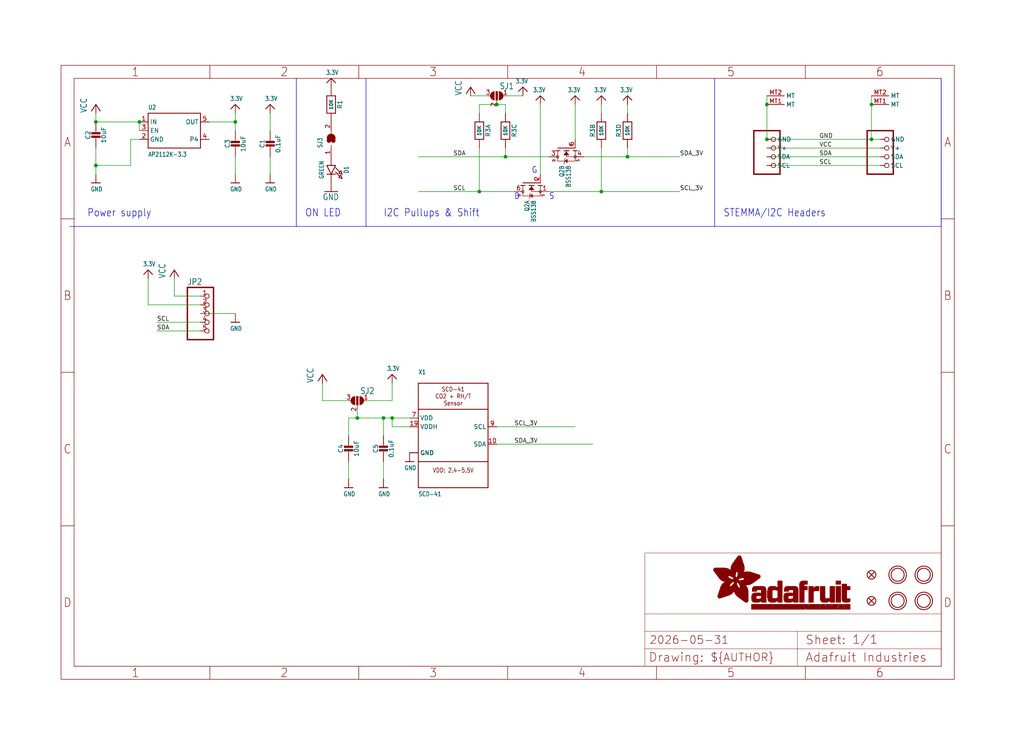
<source format=kicad_sch>
(kicad_sch (version 20230121) (generator eeschema)
  (paper "User" 298.45 217.322)
  (lib_symbols
    (symbol "working-eagle-import:3.3V" (power)
      (property "Value" "3.3V" (at -1.524 1.016 0))
      (symbol "3.3V_1_0"
        (pin power_in line (at 0 -2.54 90) (length 2.54) (name "3.3V") (number "1"))
      )
    )
    (symbol "working-eagle-import:CAP_CERAMIC0603_NO"
      (property "Reference" "C" (at -2.29 1.25 90))
      (symbol "CAP_CERAMIC0603_NO_1_0"
        (pin passive line (at 0 5.08 270) (length 2.54) (name "1") (number "1"))
        (pin passive line (at 0 -2.54 90) (length 2.54) (name "2") (number "2"))
      )
    )
    (symbol "working-eagle-import:CAP_CERAMIC0805-NOOUTLINE"
      (property "Reference" "C" (at -2.29 1.25 90))
      (symbol "CAP_CERAMIC0805-NOOUTLINE_1_0"
        (pin passive line (at 0 5.08 270) (length 2.54) (name "1") (number "1"))
        (pin passive line (at 0 -2.54 90) (length 2.54) (name "2") (number "2"))
      )
    )
    (symbol "working-eagle-import:FIDUCIAL_1MM")
    (symbol "working-eagle-import:FRAME_A4_ADAFRUIT"
      (symbol "FRAME_A4_ADAFRUIT_1_0"
        (text "${#}/${##}" (at 230.505 10.16 0) (effects (font (size 2.54 2.54)) (justify left bottom)))
        (text "${AUTHOR}" (at 189.23 5.08 0) (effects (font (size 2.286 2.286)) (justify left bottom)))
        (text "${CURRENT_DATE}" (at 171.45 10.16 0) (effects (font (size 2.286 2.286)) (justify left bottom)))
        (text "${PROJECTNAME}" (at 171.45 15.24 0) (effects (font (size 2.54 2.54)) (justify left bottom)))
        (text "1" (at 21.6958 1.905 0) (effects (font (size 2.54 2.286))))
        (text "1" (at 21.6958 177.165 0) (effects (font (size 2.54 2.286))))
        (text "2" (at 65.0875 1.905 0) (effects (font (size 2.54 2.286))))
        (text "2" (at 65.0875 177.165 0) (effects (font (size 2.54 2.286))))
        (text "3" (at 108.4792 1.905 0) (effects (font (size 2.54 2.286))))
        (text "3" (at 108.4792 177.165 0) (effects (font (size 2.54 2.286))))
        (text "4" (at 151.8708 1.905 0) (effects (font (size 2.54 2.286))))
        (text "4" (at 151.8708 177.165 0) (effects (font (size 2.54 2.286))))
        (text "5" (at 195.2625 1.905 0) (effects (font (size 2.54 2.286))))
        (text "5" (at 195.2625 177.165 0) (effects (font (size 2.54 2.286))))
        (text "6" (at 238.6542 1.905 0) (effects (font (size 2.54 2.286))))
        (text "6" (at 238.6542 177.165 0) (effects (font (size 2.54 2.286))))
        (text "A" (at 1.905 156.6863 0) (effects (font (size 2.54 2.286))))
        (text "A" (at 258.445 156.6863 0) (effects (font (size 2.54 2.286))))
        (text "Adafruit Industries" (at 216.916 4.953 0) (effects (font (size 2.54 2.54)) (justify left bottom)))
        (text "B" (at 1.905 111.9188 0) (effects (font (size 2.54 2.286))))
        (text "B" (at 258.445 111.9188 0) (effects (font (size 2.54 2.286))))
        (text "C" (at 1.905 67.1513 0) (effects (font (size 2.54 2.286))))
        (text "C" (at 258.445 67.1513 0) (effects (font (size 2.54 2.286))))
        (text "D" (at 1.905 22.3838 0) (effects (font (size 2.54 2.286))))
        (text "D" (at 258.445 22.3838 0) (effects (font (size 2.54 2.286))))
        (text "Drawing:" (at 171.196 4.953 0) (effects (font (size 2.54 2.54)) (justify left bottom)))
        (text "Sheet:" (at 216.916 10.033 0) (effects (font (size 2.54 2.54)) (justify left bottom)))
      )
    )
    (symbol "working-eagle-import:GND" (power)
      (property "Value" "GND" (at -1.524 -2.54 0))
      (symbol "GND_1_0"
        (pin power_in line (at 0 2.54 270) (length 2.54) (name "GND") (number "1"))
      )
    )
    (symbol "working-eagle-import:HEADER-1X576MIL"
      (property "Reference" "JP" (at -6.35 8.255 0))
      (symbol "HEADER-1X576MIL_1_0"
        (pin passive inverted (at -2.54 5.08 0) (length 2.54) (name "1") (number "1"))
        (pin passive inverted (at -2.54 2.54 0) (length 2.54) (name "2") (number "2"))
        (pin passive inverted (at -2.54 0 0) (length 2.54) (name "3") (number "3"))
        (pin passive inverted (at -2.54 -2.54 0) (length 2.54) (name "4") (number "4"))
        (pin passive inverted (at -2.54 -5.08 0) (length 2.54) (name "5") (number "5"))
      )
    )
    (symbol "working-eagle-import:LED0603_NOOUTLINE"
      (property "Reference" "D" (at -1.27 4.445 0))
      (symbol "LED0603_NOOUTLINE_1_0"
        (pin passive line (at -5.08 0 0) (length 2.54) (name "A") (number "A"))
        (pin passive line (at 2.54 0 180) (length 2.54) (name "C") (number "C"))
      )
    )
    (symbol "working-eagle-import:MOSFET-N_DUAL"
      (property "Reference" "Q" (at 5.08 0.635 0))
      (symbol "MOSFET-N_DUAL_1_0"
        (text "D" (at 3.175 3.175 0) (effects (font (size 0.8128 0.6908)) (justify left bottom)))
        (text "G" (at -1.27 -1.905 0) (effects (font (size 0.8128 0.6908)) (justify left bottom)))
        (text "S" (at 3.175 -3.81 0) (effects (font (size 0.8128 0.6908)) (justify left bottom)))
        (pin bidirectional line (at 2.54 -5.08 90) (length 2.54) (name "S") (number "1"))
        (pin bidirectional line (at -2.54 -2.54 0) (length 2.54) (name "G") (number "2"))
        (pin bidirectional line (at 2.54 5.08 270) (length 2.54) (name "D") (number "6"))
      )
      (symbol "MOSFET-N_DUAL_2_0"
        (text "D" (at 3.175 3.175 0) (effects (font (size 0.8128 0.6908)) (justify left bottom)))
        (text "G" (at -1.27 -1.905 0) (effects (font (size 0.8128 0.6908)) (justify left bottom)))
        (text "S" (at 3.175 -3.81 0) (effects (font (size 0.8128 0.6908)) (justify left bottom)))
        (pin bidirectional line (at 2.54 5.08 270) (length 2.54) (name "D") (number "3"))
        (pin bidirectional line (at 2.54 -5.08 90) (length 2.54) (name "S") (number "4"))
        (pin bidirectional line (at -2.54 -2.54 0) (length 2.54) (name "G") (number "5"))
      )
    )
    (symbol "working-eagle-import:MOUNTINGHOLE3.0THIN")
    (symbol "working-eagle-import:RESISTOR_0603_NOOUT"
      (property "Reference" "R" (at 0 2.54 0))
      (symbol "RESISTOR_0603_NOOUT_1_0"
        (pin passive line (at -5.08 0 0) (length 2.54) (name "1") (number "1"))
        (pin passive line (at 5.08 0 180) (length 2.54) (name "2") (number "2"))
      )
    )
    (symbol "working-eagle-import:RESISTOR_4PACK"
      (property "Reference" "R" (at 0 2.54 0))
      (symbol "RESISTOR_4PACK_1_0"
        (pin passive line (at -5.08 0 0) (length 2.54) (name "1") (number "1"))
        (pin passive line (at 5.08 0 180) (length 2.54) (name "2") (number "8"))
      )
      (symbol "RESISTOR_4PACK_2_0"
        (pin passive line (at -5.08 0 0) (length 2.54) (name "1") (number "2"))
        (pin passive line (at 5.08 0 180) (length 2.54) (name "2") (number "7"))
      )
      (symbol "RESISTOR_4PACK_3_0"
        (pin passive line (at -5.08 0 0) (length 2.54) (name "1") (number "3"))
        (pin passive line (at 5.08 0 180) (length 2.54) (name "2") (number "6"))
      )
      (symbol "RESISTOR_4PACK_4_0"
        (pin passive line (at -5.08 0 0) (length 2.54) (name "1") (number "4"))
        (pin passive line (at 5.08 0 180) (length 2.54) (name "2") (number "5"))
      )
    )
    (symbol "working-eagle-import:SCD-41"
      (property "Reference" "X" (at -10.16 17.78 0))
      (symbol "SCD-41_1_0"
        (text "SCD-41\nCO2 + RH/T\nSensor" (at 0 11.43 0) (effects (font (size 1.27 1.0795))))
        (text "VDD: 2.4-5.5V" (at 0 -10.16 0) (effects (font (size 1.27 1.0795))))
        (pin bidirectional line (at 12.7 -2.54 180) (length 2.54) (name "SDA") (number "10"))
        (pin power_in line (at -12.7 2.54 0) (length 2.54) (name "VDDH") (number "19"))
        (pin power_in line (at -12.7 -5.08 0) (length 2.54) (name "GND") (number "20"))
        (pin power_in line (at -12.7 -5.08 0) (length 2.54) (name "GND") (number "6"))
        (pin power_in line (at -12.7 5.08 0) (length 2.54) (name "VDD") (number "7"))
        (pin input line (at 12.7 2.54 180) (length 2.54) (name "SCL") (number "9"))
        (pin power_in line (at -12.7 -5.08 0) (length 2.54) (name "GND") (number "P$1"))
      )
    )
    (symbol "working-eagle-import:SOLDERJUMPERCLOSED"
      (property "Reference" "SJ" (at -2.54 2.54 0))
      (symbol "SOLDERJUMPERCLOSED_1_0"
        (pin passive line (at -5.08 0 0) (length 2.54) (name "1") (number "1"))
        (pin passive line (at 5.08 0 180) (length 2.54) (name "2") (number "2"))
      )
    )
    (symbol "working-eagle-import:SOLDERJUMPER_2WAY"
      (property "Reference" "SJ" (at -5.08 -3.81 0))
      (symbol "SOLDERJUMPER_2WAY_1_0"
        (pin passive line (at -2.54 0 0) (length 0) (name "1") (number "1"))
        (pin passive line (at 0 2.54 270) (length 0) (name "2") (number "2"))
        (pin passive line (at 2.54 0 180) (length 0) (name "3") (number "3"))
      )
    )
    (symbol "working-eagle-import:STEMMA_I2C_QT"
      (symbol "STEMMA_I2C_QT_1_0"
        (pin passive inverted (at 0 5.08 0) (length 2.54) (name "GND") (number "1"))
        (pin passive inverted (at 0 2.54 0) (length 2.54) (name "V+") (number "2"))
        (pin passive inverted (at 0 0 0) (length 2.54) (name "SDA") (number "3"))
        (pin passive inverted (at 0 -2.54 0) (length 2.54) (name "SCL") (number "4"))
      )
      (symbol "STEMMA_I2C_QT_2_0"
        (pin bidirectional line (at 0 0 0) (length 5.08) (name "MT") (number "MT1"))
      )
      (symbol "STEMMA_I2C_QT_3_0"
        (pin bidirectional line (at 0 0 0) (length 5.08) (name "MT") (number "MT2"))
      )
    )
    (symbol "working-eagle-import:VCC" (power)
      (property "Value" "VCC" (at -2.54 -2.54 90))
      (symbol "VCC_1_0"
        (pin power_in line (at 0 -2.54 90) (length 2.54) (name "VCC") (number "1"))
      )
    )
    (symbol "working-eagle-import:VREG_SOT23-5"
      (property "Reference" "U" (at -7.62 6.096 0))
      (symbol "VREG_SOT23-5_1_0"
        (pin power_in line (at -10.16 2.54 0) (length 2.54) (name "IN") (number "1"))
        (pin power_in line (at -10.16 -2.54 0) (length 2.54) (name "GND") (number "2"))
        (pin input line (at -10.16 0 0) (length 2.54) (name "EN") (number "3"))
        (pin bidirectional line (at 10.16 -2.54 180) (length 2.54) (name "P4") (number "4"))
        (pin power_in line (at 10.16 2.54 180) (length 2.54) (name "OUT") (number "5"))
      )
    )
    (symbol "working-eagle-import:supply1_GND" (power)
      (property "Value" "supply1_GND" (at -2.54 -2.54 0))
      (symbol "supply1_GND_1_0"
        (pin power_in line (at 0 2.54 270) (length 2.54) (name "GND") (number "1"))
      )
    )
  )
  (junction (at 111.76 121.92))
  (junction (at 223.52 30.48))
  (junction (at 27.94 48.26))
  (junction (at 223.52 40.64))
  (junction (at 27.94 35.56))
  (junction (at 175.26 55.88))
  (junction (at 40.64 35.56))
  (junction (at 147.32 45.72))
  (junction (at 139.7 55.88))
  (junction (at 254 30.48))
  (junction (at 182.88 45.72))
  (junction (at 68.58 35.56))
  (junction (at 114.3 121.92))
  (junction (at 144.78 30.48))
  (junction (at 254 40.64))
  (junction (at 104.14 121.92))
  (wire (pts (xy 139.7 30.48) (xy 139.7 33.02)) (stroke (width 0.1524)))
  (wire (pts (xy 256.54 40.64) (xy 254 40.64)) (stroke (width 0.1524)))
  (wire (pts (xy 223.52 48.26) (xy 256.54 48.26)) (stroke (width 0.1524)))
  (wire (pts (xy 144.78 124.46) (xy 167.64 124.46)) (stroke (width 0.1524)))
  (wire (pts (xy 182.88 43.18) (xy 182.88 45.72)) (stroke (width 0.1524)))
  (wire (pts (xy 104.14 121.92) (xy 104.14 119.38)) (stroke (width 0.1524)))
  (wire (pts (xy 101.6 127) (xy 101.6 121.92)) (stroke (width 0.1524)))
  (wire (pts (xy 149.86 55.88) (xy 139.7 55.88)) (stroke (width 0.1524)))
  (wire (pts (xy 147.32 45.72) (xy 121.92 45.72)) (stroke (width 0.1524)))
  (wire (pts (xy 223.52 30.48) (xy 223.52 40.64)) (stroke (width 0.1524)))
  (wire (pts (xy 147.32 33.02) (xy 147.32 30.48)) (stroke (width 0.1524)))
  (wire (pts (xy 38.1 40.64) (xy 38.1 48.26)) (stroke (width 0.1524)))
  (wire (pts (xy 223.52 43.18) (xy 256.54 43.18)) (stroke (width 0.1524)))
  (wire (pts (xy 182.88 33.02) (xy 182.88 30.48)) (stroke (width 0.1524)))
  (wire (pts (xy 119.38 121.92) (xy 114.3 121.92)) (stroke (width 0.1524)))
  (wire (pts (xy 157.48 50.8) (xy 157.48 30.48)) (stroke (width 0.1524)))
  (wire (pts (xy 111.76 121.92) (xy 104.14 121.92)) (stroke (width 0.1524)))
  (wire (pts (xy 147.32 27.94) (xy 152.4 27.94)) (stroke (width 0.1524)))
  (wire (pts (xy 254 27.94) (xy 254 30.48)) (stroke (width 0.1524)))
  (wire (pts (xy 175.26 33.02) (xy 175.26 30.48)) (stroke (width 0.1524)))
  (wire (pts (xy 144.78 129.54) (xy 172.72 129.54)) (stroke (width 0.1524)))
  (wire (pts (xy 68.58 35.56) (xy 68.58 33.02)) (stroke (width 0.1524)))
  (wire (pts (xy 254 30.48) (xy 254 40.64)) (stroke (width 0.1524)))
  (wire (pts (xy 58.42 86.36) (xy 50.8 86.36)) (stroke (width 0.1524)))
  (wire (pts (xy 58.42 96.52) (xy 45.72 96.52)) (stroke (width 0.1524)))
  (wire (pts (xy 170.18 45.72) (xy 182.88 45.72)) (stroke (width 0.1524)))
  (wire (pts (xy 142.24 27.94) (xy 137.16 27.94)) (stroke (width 0.1524)))
  (wire (pts (xy 60.96 35.56) (xy 68.58 35.56)) (stroke (width 0.1524)))
  (wire (pts (xy 144.78 30.48) (xy 139.7 30.48)) (stroke (width 0.1524)))
  (wire (pts (xy 114.3 121.92) (xy 111.76 121.92)) (stroke (width 0.1524)))
  (wire (pts (xy 68.58 35.56) (xy 68.58 38.1)) (stroke (width 0.1524)))
  (wire (pts (xy 114.3 116.84) (xy 114.3 111.76)) (stroke (width 0.1524)))
  (polyline (pts (xy 86.36 22.86) (xy 86.36 66.04)) (stroke (width 0.1524) (type solid)))
  (polyline (pts (xy 208.28 22.86) (xy 208.28 66.04)) (stroke (width 0.1524) (type solid)))
  (wire (pts (xy 58.42 88.9) (xy 43.18 88.9)) (stroke (width 0.1524)))
  (wire (pts (xy 254 40.64) (xy 223.52 40.64)) (stroke (width 0.1524)))
  (polyline (pts (xy 106.68 66.04) (xy 208.28 66.04)) (stroke (width 0.1524) (type solid)))
  (wire (pts (xy 27.94 48.26) (xy 27.94 50.8)) (stroke (width 0.1524)))
  (wire (pts (xy 139.7 43.18) (xy 139.7 55.88)) (stroke (width 0.1524)))
  (wire (pts (xy 38.1 48.26) (xy 27.94 48.26)) (stroke (width 0.1524)))
  (wire (pts (xy 50.8 86.36) (xy 50.8 81.28)) (stroke (width 0.1524)))
  (polyline (pts (xy 208.28 66.04) (xy 274.32 66.04)) (stroke (width 0.1524) (type solid)))
  (polyline (pts (xy 274.32 22.86) (xy 274.32 66.04)) (stroke (width 0.1524) (type solid)))
  (wire (pts (xy 43.18 88.9) (xy 43.18 81.28)) (stroke (width 0.1524)))
  (wire (pts (xy 40.64 35.56) (xy 27.94 35.56)) (stroke (width 0.1524)))
  (wire (pts (xy 139.7 55.88) (xy 121.92 55.88)) (stroke (width 0.1524)))
  (wire (pts (xy 58.42 91.44) (xy 68.58 91.44)) (stroke (width 0.1524)))
  (wire (pts (xy 114.3 124.46) (xy 114.3 121.92)) (stroke (width 0.1524)))
  (polyline (pts (xy 86.36 66.04) (xy 106.68 66.04)) (stroke (width 0.1524) (type solid)))
  (wire (pts (xy 40.64 40.64) (xy 38.1 40.64)) (stroke (width 0.1524)))
  (wire (pts (xy 93.98 116.84) (xy 93.98 111.76)) (stroke (width 0.1524)))
  (wire (pts (xy 175.26 55.88) (xy 198.12 55.88)) (stroke (width 0.1524)))
  (wire (pts (xy 182.88 45.72) (xy 198.12 45.72)) (stroke (width 0.1524)))
  (wire (pts (xy 101.6 121.92) (xy 104.14 121.92)) (stroke (width 0.1524)))
  (wire (pts (xy 27.94 33.02) (xy 27.94 35.56)) (stroke (width 0.1524)))
  (wire (pts (xy 167.64 40.64) (xy 167.64 30.48)) (stroke (width 0.1524)))
  (wire (pts (xy 119.38 124.46) (xy 114.3 124.46)) (stroke (width 0.1524)))
  (wire (pts (xy 58.42 93.98) (xy 45.72 93.98)) (stroke (width 0.1524)))
  (polyline (pts (xy 106.68 22.86) (xy 106.68 66.04)) (stroke (width 0.1524) (type solid)))
  (wire (pts (xy 175.26 43.18) (xy 175.26 55.88)) (stroke (width 0.1524)))
  (wire (pts (xy 78.74 33.02) (xy 78.74 38.1)) (stroke (width 0.1524)))
  (wire (pts (xy 40.64 38.1) (xy 40.64 35.56)) (stroke (width 0.1524)))
  (wire (pts (xy 160.02 45.72) (xy 147.32 45.72)) (stroke (width 0.1524)))
  (wire (pts (xy 27.94 48.26) (xy 27.94 43.18)) (stroke (width 0.1524)))
  (wire (pts (xy 111.76 134.62) (xy 111.76 139.7)) (stroke (width 0.1524)))
  (wire (pts (xy 147.32 43.18) (xy 147.32 45.72)) (stroke (width 0.1524)))
  (wire (pts (xy 111.76 121.92) (xy 111.76 127)) (stroke (width 0.1524)))
  (wire (pts (xy 106.68 116.84) (xy 114.3 116.84)) (stroke (width 0.1524)))
  (wire (pts (xy 101.6 134.62) (xy 101.6 139.7)) (stroke (width 0.1524)))
  (wire (pts (xy 144.78 30.48) (xy 147.32 30.48)) (stroke (width 0.1524)))
  (wire (pts (xy 68.58 45.72) (xy 68.58 50.8)) (stroke (width 0.1524)))
  (wire (pts (xy 256.54 45.72) (xy 223.52 45.72)) (stroke (width 0.1524)))
  (wire (pts (xy 78.74 45.72) (xy 78.74 50.8)) (stroke (width 0.1524)))
  (wire (pts (xy 160.02 55.88) (xy 175.26 55.88)) (stroke (width 0.1524)))
  (polyline (pts (xy 20.32 66.04) (xy 86.36 66.04)) (stroke (width 0.1524) (type solid)))
  (wire (pts (xy 101.6 116.84) (xy 93.98 116.84)) (stroke (width 0.1524)))
  (wire (pts (xy 223.52 27.94) (xy 223.52 30.48)) (stroke (width 0.1524)))
  (text "I2C Pullups & Shift" (at 111.76 63.5 0) (effects (font (size 2.1844 1.8567)) (justify left bottom)))
  (text "S" (at 160.02 58.42 0) (effects (font (size 1.778 1.5113)) (justify left bottom)))
  (text "ON LED" (at 88.9 63.5 0) (effects (font (size 2.1844 1.8567)) (justify left bottom)))
  (text "STEMMA/I2C Headers" (at 210.82 63.5 0) (effects (font (size 2.1844 1.8567)) (justify left bottom)))
  (text "Power supply" (at 25.4 63.5 0) (effects (font (size 2.1844 1.8567)) (justify left bottom)))
  (text "D" (at 149.86 58.42 0) (effects (font (size 1.778 1.5113)) (justify left bottom)))
  (text "G" (at 154.94 50.8 0) (effects (font (size 1.778 1.5113)) (justify left bottom)))
  (label "SCL" (at 238.76 48.26 0) (effects (font (size 1.2446 1.2446))))
  (label "GND" (at 238.76 40.64 0) (effects (font (size 1.2446 1.2446))))
  (label "SCL" (at 132.08 55.88 0) (effects (font (size 1.2446 1.2446))))
  (label "SCL_3V" (at 198.12 55.88 0) (effects (font (size 1.2446 1.2446))))
  (label "SDA" (at 45.72 96.52 0) (effects (font (size 1.2446 1.2446))))
  (label "SCL_3V" (at 149.86 124.46 0) (effects (font (size 1.2446 1.2446))))
  (label "SDA_3V" (at 149.86 129.54 0) (effects (font (size 1.2446 1.2446))))
  (label "SDA_3V" (at 198.12 45.72 0) (effects (font (size 1.2446 1.2446))))
  (label "SDA" (at 132.08 45.72 0) (effects (font (size 1.2446 1.2446))))
  (label "VCC" (at 238.76 43.18 0) (effects (font (size 1.2446 1.2446))))
  (label "SCL" (at 45.72 93.98 0) (effects (font (size 1.2446 1.2446))))
  (label "SDA" (at 238.76 45.72 0) (effects (font (size 1.2446 1.2446))))
  (symbol (lib_id "working-eagle-import:GND") (at 101.6 142.24 0) (unit 1)
    (property "Reference" "#U$9" (effects hide))
    (property "Value" "GND" (at 100.076 144.78 0) (effects (font (size 1.27 1.0795)) (justify left bottom)))
  )
  (symbol (lib_id "working-eagle-import:VCC") (at 27.94 30.48 0) (unit 1)
    (property "Reference" "#P+3" (effects hide))
    (property "Value" "VCC" (at 25.4 33.02 90) (effects (font (size 1.778 1.5113)) (justify left bottom)))
  )
  (symbol (lib_id "working-eagle-import:CAP_CERAMIC0805-NOOUTLINE") (at 27.94 40.64 0) (unit 1)
    (property "Reference" "C2" (at 25.65 39.39 90))
    (property "Value" "10uF" (at 30.24 39.39 90))
    (property "Footprint" "working:0805-NO" (effects hide))
  )
  (symbol (lib_id "working-eagle-import:SCD-41") (at 132.08 127 0) (unit 1)
    (property "Reference" "X1" (at 121.92 109.22 0) (effects (font (size 1.27 1.0795)) (justify left bottom)))
    (property "Value" "SCD-41" (at 121.92 144.78 0) (effects (font (size 1.27 1.0795)) (justify left bottom)))
    (property "Footprint" "working:SCD41" (effects hide))
  )
  (symbol (lib_id "working-eagle-import:CAP_CERAMIC0603_NO") (at 111.76 132.08 0) (unit 1)
    (property "Reference" "C5" (at 109.47 130.83 90))
    (property "Value" "0.1uF" (at 114.06 130.83 90))
    (property "Footprint" "working:0603-NO" (effects hide))
  )
  (symbol (lib_id "working-eagle-import:SOLDERJUMPER_2WAY") (at 144.78 27.94 180) (unit 1)
    (property "Reference" "SJ1" (at 149.86 24.13 0) (effects (font (size 1.778 1.5113)) (justify left bottom)))
    (property "Value" "SOLDERJUMPER_2WAY" (effects hide))
    (property "Footprint" "working:SOLDERJUMPER_2WAY_OPEN_NOPASTE" (effects hide))
  )
  (symbol (lib_id "working-eagle-import:3.3V") (at 157.48 27.94 0) (mirror y) (unit 1)
    (property "Reference" "#U$26" (effects hide))
    (property "Value" "3.3V" (at 159.004 26.924 0) (effects (font (size 1.27 1.0795)) (justify left bottom)))
  )
  (symbol (lib_id "working-eagle-import:3.3V") (at 152.4 25.4 0) (mirror y) (unit 1)
    (property "Reference" "#U$8" (effects hide))
    (property "Value" "3.3V" (at 153.924 24.384 0) (effects (font (size 1.27 1.0795)) (justify left bottom)))
  )
  (symbol (lib_id "working-eagle-import:STEMMA_I2C_QT") (at 223.52 45.72 0) (unit 1)
    (property "Reference" "CONN3" (effects hide))
    (property "Value" "STEMMA_I2C_QT" (effects hide))
    (property "Footprint" "working:JST_SH4" (effects hide))
  )
  (symbol (lib_id "working-eagle-import:MOUNTINGHOLE3.0THIN") (at 261.62 175.26 0) (unit 1)
    (property "Reference" "U$1" (effects hide))
    (property "Value" "MOUNTINGHOLE3.0THIN" (effects hide))
    (property "Footprint" "working:MOUNTINGHOLE_3.0_PLATEDTHIN" (effects hide))
  )
  (symbol (lib_id "working-eagle-import:STEMMA_I2C_QT") (at 223.52 30.48 0) (unit 2)
    (property "Reference" "CONN3" (effects hide))
    (property "Value" "STEMMA_I2C_QT" (effects hide))
    (property "Footprint" "working:JST_SH4" (effects hide))
  )
  (symbol (lib_id "working-eagle-import:CAP_CERAMIC0805-NOOUTLINE") (at 68.58 43.18 0) (unit 1)
    (property "Reference" "C3" (at 66.29 41.93 90))
    (property "Value" "10uF" (at 70.88 41.93 90))
    (property "Footprint" "working:0805-NO" (effects hide))
  )
  (symbol (lib_id "working-eagle-import:3.3V") (at 68.58 30.48 0) (unit 1)
    (property "Reference" "#U$15" (effects hide))
    (property "Value" "3.3V" (at 67.056 29.464 0) (effects (font (size 1.27 1.0795)) (justify left bottom)))
  )
  (symbol (lib_id "working-eagle-import:GND") (at 111.76 142.24 0) (unit 1)
    (property "Reference" "#U$11" (effects hide))
    (property "Value" "GND" (at 110.236 144.78 0) (effects (font (size 1.27 1.0795)) (justify left bottom)))
  )
  (symbol (lib_id "working-eagle-import:GND") (at 78.74 53.34 0) (unit 1)
    (property "Reference" "#U$6" (effects hide))
    (property "Value" "GND" (at 77.216 55.88 0) (effects (font (size 1.27 1.0795)) (justify left bottom)))
  )
  (symbol (lib_id "working-eagle-import:RESISTOR_4PACK") (at 139.7 38.1 270) (unit 1)
    (property "Reference" "R3" (at 142.24 38.1 0))
    (property "Value" "10K" (at 139.7 38.1 0) (effects (font (size 1.016 1.016) bold)))
    (property "Footprint" "working:RESPACK_4X0603" (effects hide))
  )
  (symbol (lib_id "working-eagle-import:SOLDERJUMPER_2WAY") (at 104.14 116.84 180) (unit 1)
    (property "Reference" "SJ2" (at 109.22 113.03 0) (effects (font (size 1.778 1.5113)) (justify left bottom)))
    (property "Value" "SOLDERJUMPER_2WAY" (effects hide))
    (property "Footprint" "working:SOLDERJUMPER_2WAY_OPEN_NOPASTE" (effects hide))
  )
  (symbol (lib_id "working-eagle-import:GND") (at 27.94 53.34 0) (unit 1)
    (property "Reference" "#U$13" (effects hide))
    (property "Value" "GND" (at 26.416 55.88 0) (effects (font (size 1.27 1.0795)) (justify left bottom)))
  )
  (symbol (lib_id "working-eagle-import:STEMMA_I2C_QT") (at 256.54 45.72 0) (unit 1)
    (property "Reference" "CONN4" (effects hide))
    (property "Value" "STEMMA_I2C_QT" (effects hide))
    (property "Footprint" "working:JST_SH4" (effects hide))
  )
  (symbol (lib_id "working-eagle-import:RESISTOR_4PACK") (at 182.88 38.1 90) (mirror x) (unit 4)
    (property "Reference" "R3" (at 180.34 38.1 0))
    (property "Value" "10K" (at 182.88 38.1 0) (effects (font (size 1.016 1.016) bold)))
    (property "Footprint" "working:RESPACK_4X0603" (effects hide))
  )
  (symbol (lib_id "working-eagle-import:GND") (at 119.38 134.62 0) (unit 1)
    (property "Reference" "#U$4" (effects hide))
    (property "Value" "GND" (at 117.856 137.16 0) (effects (font (size 1.27 1.0795)) (justify left bottom)))
  )
  (symbol (lib_id "working-eagle-import:MOUNTINGHOLE3.0THIN") (at 269.24 167.64 0) (unit 1)
    (property "Reference" "U$19" (effects hide))
    (property "Value" "MOUNTINGHOLE3.0THIN" (effects hide))
    (property "Footprint" "working:MOUNTINGHOLE_3.0_PLATEDTHIN" (effects hide))
  )
  (symbol (lib_id "working-eagle-import:GND") (at 68.58 93.98 0) (unit 1)
    (property "Reference" "#U$10" (effects hide))
    (property "Value" "GND" (at 67.056 96.52 0) (effects (font (size 1.27 1.0795)) (justify left bottom)))
  )
  (symbol (lib_id "working-eagle-import:SOLDERJUMPERCLOSED") (at 96.52 40.64 90) (unit 1)
    (property "Reference" "SJ3" (at 93.98 43.18 0) (effects (font (size 1.27 1.0795)) (justify left bottom)))
    (property "Value" "SOLDERJUMPERCLOSED" (effects hide))
    (property "Footprint" "working:SOLDERJUMPER_CLOSEDWIRE" (effects hide))
  )
  (symbol (lib_id "working-eagle-import:GND") (at 68.58 53.34 0) (unit 1)
    (property "Reference" "#U$5" (effects hide))
    (property "Value" "GND" (at 67.056 55.88 0) (effects (font (size 1.27 1.0795)) (justify left bottom)))
  )
  (symbol (lib_id "working-eagle-import:STEMMA_I2C_QT") (at 254 30.48 0) (unit 2)
    (property "Reference" "CONN4" (effects hide))
    (property "Value" "STEMMA_I2C_QT" (effects hide))
    (property "Footprint" "working:JST_SH4" (effects hide))
  )
  (symbol (lib_id "working-eagle-import:CAP_CERAMIC0805-NOOUTLINE") (at 101.6 132.08 0) (unit 1)
    (property "Reference" "C4" (at 99.31 130.83 90))
    (property "Value" "10uF" (at 103.9 130.83 90))
    (property "Footprint" "working:0805-NO" (effects hide))
  )
  (symbol (lib_id "working-eagle-import:HEADER-1X576MIL") (at 60.96 91.44 0) (unit 1)
    (property "Reference" "JP2" (at 54.61 83.185 0) (effects (font (size 1.778 1.5113)) (justify left bottom)))
    (property "Value" "HEADER-1X576MIL" (effects hide))
    (property "Footprint" "working:1X05_ROUND_76" (effects hide))
  )
  (symbol (lib_id "working-eagle-import:LED0603_NOOUTLINE") (at 96.52 50.8 270) (unit 1)
    (property "Reference" "D1" (at 100.965 49.53 0) (effects (font (size 1.27 1.0795))))
    (property "Value" "GREEN" (at 93.726 49.53 0) (effects (font (size 1.27 1.0795))))
    (property "Footprint" "working:CHIPLED_0603_NOOUTLINE" (effects hide))
  )
  (symbol (lib_id "working-eagle-import:FRAME_A4_ADAFRUIT") (at 17.78 198.12 0) (unit 1)
    (property "Reference" "#U$18" (effects hide))
    (property "Value" "FRAME_A4_ADAFRUIT" (effects hide))
  )
  (symbol (lib_id "working-eagle-import:STEMMA_I2C_QT") (at 254 27.94 0) (unit 3)
    (property "Reference" "CONN4" (effects hide))
    (property "Value" "STEMMA_I2C_QT" (effects hide))
    (property "Footprint" "working:JST_SH4" (effects hide))
  )
  (symbol (lib_id "working-eagle-import:STEMMA_I2C_QT") (at 223.52 27.94 0) (unit 3)
    (property "Reference" "CONN3" (effects hide))
    (property "Value" "STEMMA_I2C_QT" (effects hide))
    (property "Footprint" "working:JST_SH4" (effects hide))
  )
  (symbol (lib_id "working-eagle-import:RESISTOR_0603_NOOUT") (at 96.52 30.48 270) (unit 1)
    (property "Reference" "R1" (at 99.06 30.48 0))
    (property "Value" "10K" (at 96.52 30.48 0) (effects (font (size 1.016 1.016) bold)))
    (property "Footprint" "working:0603-NO" (effects hide))
  )
  (symbol (lib_id "working-eagle-import:3.3V") (at 43.18 78.74 0) (unit 1)
    (property "Reference" "#U$16" (effects hide))
    (property "Value" "3.3V" (at 41.656 77.724 0) (effects (font (size 1.27 1.0795)) (justify left bottom)))
  )
  (symbol (lib_id "working-eagle-import:3.3V") (at 182.88 27.94 0) (mirror y) (unit 1)
    (property "Reference" "#U$7" (effects hide))
    (property "Value" "3.3V" (at 184.404 26.924 0) (effects (font (size 1.27 1.0795)) (justify left bottom)))
  )
  (symbol (lib_id "working-eagle-import:3.3V") (at 114.3 109.22 0) (unit 1)
    (property "Reference" "#U$2" (effects hide))
    (property "Value" "3.3V" (at 112.776 108.204 0) (effects (font (size 1.27 1.0795)) (justify left bottom)))
  )
  (symbol (lib_id "working-eagle-import:CAP_CERAMIC0603_NO") (at 78.74 43.18 0) (unit 1)
    (property "Reference" "C1" (at 76.45 41.93 90))
    (property "Value" "0.1uF" (at 81.04 41.93 90))
    (property "Footprint" "working:0603-NO" (effects hide))
  )
  (symbol (lib_id "working-eagle-import:RESISTOR_4PACK") (at 147.32 38.1 270) (unit 3)
    (property "Reference" "R3" (at 149.86 38.1 0))
    (property "Value" "10K" (at 147.32 38.1 0) (effects (font (size 1.016 1.016) bold)))
    (property "Footprint" "working:RESPACK_4X0603" (effects hide))
  )
  (symbol (lib_id "working-eagle-import:FIDUCIAL_1MM") (at 254 175.26 0) (unit 1)
    (property "Reference" "FID3" (effects hide))
    (property "Value" "FIDUCIAL_1MM" (effects hide))
    (property "Footprint" "working:FIDUCIAL_1MM" (effects hide))
  )
  (symbol (lib_id "working-eagle-import:3.3V") (at 167.64 27.94 0) (mirror y) (unit 1)
    (property "Reference" "#U$23" (effects hide))
    (property "Value" "3.3V" (at 169.164 26.924 0) (effects (font (size 1.27 1.0795)) (justify left bottom)))
  )
  (symbol (lib_id "working-eagle-import:VREG_SOT23-5") (at 50.8 38.1 0) (unit 1)
    (property "Reference" "U2" (at 43.18 32.004 0) (effects (font (size 1.27 1.0795)) (justify left bottom)))
    (property "Value" "AP2112K-3.3" (at 43.18 45.72 0) (effects (font (size 1.27 1.0795)) (justify left bottom)))
    (property "Footprint" "working:SOT23-5" (effects hide))
  )
  (symbol (lib_id "working-eagle-import:MOUNTINGHOLE3.0THIN") (at 269.24 175.26 0) (unit 1)
    (property "Reference" "U$21" (effects hide))
    (property "Value" "MOUNTINGHOLE3.0THIN" (effects hide))
    (property "Footprint" "working:MOUNTINGHOLE_3.0_PLATEDTHIN" (effects hide))
  )
  (symbol (lib_id "working-eagle-import:3.3V") (at 78.74 30.48 0) (unit 1)
    (property "Reference" "#U$14" (effects hide))
    (property "Value" "3.3V" (at 77.216 29.464 0) (effects (font (size 1.27 1.0795)) (justify left bottom)))
  )
  (symbol (lib_id "working-eagle-import:FIDUCIAL_1MM") (at 254 167.64 0) (unit 1)
    (property "Reference" "FID4" (effects hide))
    (property "Value" "FIDUCIAL_1MM" (effects hide))
    (property "Footprint" "working:FIDUCIAL_1MM" (effects hide))
  )
  (symbol (lib_id "working-eagle-import:RESISTOR_4PACK") (at 175.26 38.1 90) (mirror x) (unit 2)
    (property "Reference" "R3" (at 172.72 38.1 0))
    (property "Value" "10K" (at 175.26 38.1 0) (effects (font (size 1.016 1.016) bold)))
    (property "Footprint" "working:RESPACK_4X0603" (effects hide))
  )
  (symbol (lib_id "working-eagle-import:MOSFET-N_DUAL") (at 165.1 43.18 90) (mirror x) (unit 2)
    (property "Reference" "Q2" (at 164.465 48.26 0) (effects (font (size 1.27 1.0795)) (justify left bottom)))
    (property "Value" "BSS138" (at 166.37 48.26 0) (effects (font (size 1.27 1.0795)) (justify left bottom)))
    (property "Footprint" "working:SOT363" (effects hide))
  )
  (symbol (lib_id "working-eagle-import:MOUNTINGHOLE3.0THIN") (at 261.62 167.64 0) (unit 1)
    (property "Reference" "U$17" (effects hide))
    (property "Value" "MOUNTINGHOLE3.0THIN" (effects hide))
    (property "Footprint" "working:MOUNTINGHOLE_3.0_PLATEDTHIN" (effects hide))
  )
  (symbol (lib_id "working-eagle-import:VCC") (at 93.98 109.22 0) (unit 1)
    (property "Reference" "#P+2" (effects hide))
    (property "Value" "VCC" (at 91.44 111.76 90) (effects (font (size 1.778 1.5113)) (justify left bottom)))
  )
  (symbol (lib_id "working-eagle-import:VCC") (at 137.16 25.4 0) (unit 1)
    (property "Reference" "#P+1" (effects hide))
    (property "Value" "VCC" (at 134.62 27.94 90) (effects (font (size 1.778 1.5113)) (justify left bottom)))
  )
  (symbol (lib_id "working-eagle-import:VCC") (at 50.8 78.74 0) (unit 1)
    (property "Reference" "#P+4" (effects hide))
    (property "Value" "VCC" (at 48.26 81.28 90) (effects (font (size 1.778 1.5113)) (justify left bottom)))
  )
  (symbol (lib_id "working-eagle-import:supply1_GND") (at 96.52 55.88 0) (unit 1)
    (property "Reference" "#GND6" (effects hide))
    (property "Value" "GND" (at 93.98 58.42 0) (effects (font (size 1.778 1.5113)) (justify left bottom)))
  )
  (symbol (lib_id "working-eagle-import:MOSFET-N_DUAL") (at 154.94 53.34 90) (mirror x) (unit 1)
    (property "Reference" "Q2" (at 154.305 58.42 0) (effects (font (size 1.27 1.0795)) (justify left bottom)))
    (property "Value" "BSS138" (at 156.21 58.42 0) (effects (font (size 1.27 1.0795)) (justify left bottom)))
    (property "Footprint" "working:SOT363" (effects hide))
  )
  (symbol (lib_id "working-eagle-import:3.3V") (at 96.52 22.86 0) (unit 1)
    (property "Reference" "#U$3" (effects hide))
    (property "Value" "3.3V" (at 94.996 21.844 0) (effects (font (size 1.27 1.0795)) (justify left bottom)))
  )
  (symbol (lib_id "working-eagle-import:3.3V") (at 175.26 27.94 0) (mirror y) (unit 1)
    (property "Reference" "#U$24" (effects hide))
    (property "Value" "3.3V" (at 176.784 26.924 0) (effects (font (size 1.27 1.0795)) (justify left bottom)))
  )
)
</source>
